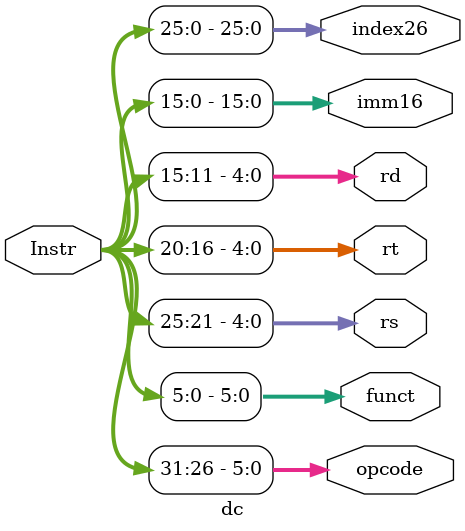
<source format=v>
`timescale 1ns / 1ps
module dc(
    input [31:0] Instr,
    output [5:0] opcode,
    output [5:0] funct,
    output [4:0] rs,
    output [4:0] rt,
    output [4:0] rd,
    output [15:0] imm16,
    output [25:0] index26
    );
	assign opcode = Instr[31:26];
	assign funct = Instr[5:0];
	assign rs = Instr[25:21];
	assign rt = Instr[20:16];
	assign rd = Instr[15:11];
	assign imm16 = Instr[15:0];
	assign index26 = Instr[25:0];
	//ÒëÂëÆ÷
endmodule

</source>
